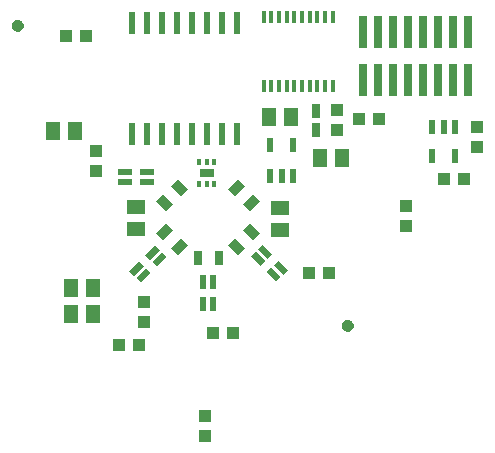
<source format=gbr>
G04 EAGLE Gerber RS-274X export*
G75*
%MOMM*%
%FSLAX34Y34*%
%LPD*%
%INSolderpaste Bottom*%
%IPPOS*%
%AMOC8*
5,1,8,0,0,1.08239X$1,22.5*%
G01*
%ADD10C,0.499872*%
%ADD11R,1.300000X1.500000*%
%ADD12R,1.500000X1.300000*%
%ADD13R,0.736600X2.794000*%
%ADD14R,1.000000X1.100000*%
%ADD15R,1.100000X1.000000*%
%ADD16R,0.533400X1.981200*%
%ADD17R,1.300000X0.700000*%
%ADD18R,0.400000X0.500000*%
%ADD19R,0.800000X1.200000*%
%ADD20R,1.150000X0.550000*%
%ADD21R,0.550000X1.150000*%
%ADD22R,0.600000X1.250000*%
%ADD23R,0.304800X0.990600*%
%ADD24R,0.550000X1.200000*%
%ADD25R,0.750000X1.250000*%


D10*
X302301Y152400D02*
X302303Y152499D01*
X302309Y152599D01*
X302319Y152697D01*
X302333Y152796D01*
X302350Y152894D01*
X302372Y152991D01*
X302397Y153087D01*
X302426Y153182D01*
X302459Y153275D01*
X302496Y153368D01*
X302536Y153459D01*
X302580Y153548D01*
X302628Y153635D01*
X302678Y153721D01*
X302733Y153804D01*
X302790Y153885D01*
X302851Y153964D01*
X302914Y154040D01*
X302981Y154114D01*
X303051Y154185D01*
X303123Y154253D01*
X303198Y154318D01*
X303275Y154380D01*
X303355Y154439D01*
X303438Y154495D01*
X303522Y154547D01*
X303608Y154597D01*
X303697Y154642D01*
X303787Y154684D01*
X303878Y154723D01*
X303971Y154758D01*
X304066Y154789D01*
X304161Y154816D01*
X304258Y154839D01*
X304355Y154859D01*
X304453Y154875D01*
X304552Y154887D01*
X304651Y154895D01*
X304750Y154899D01*
X304850Y154899D01*
X304949Y154895D01*
X305048Y154887D01*
X305147Y154875D01*
X305245Y154859D01*
X305342Y154839D01*
X305439Y154816D01*
X305534Y154789D01*
X305629Y154758D01*
X305722Y154723D01*
X305813Y154684D01*
X305903Y154642D01*
X305992Y154597D01*
X306078Y154547D01*
X306162Y154495D01*
X306245Y154439D01*
X306325Y154380D01*
X306402Y154318D01*
X306477Y154253D01*
X306549Y154185D01*
X306619Y154114D01*
X306686Y154040D01*
X306749Y153964D01*
X306810Y153885D01*
X306867Y153804D01*
X306922Y153721D01*
X306972Y153635D01*
X307020Y153548D01*
X307064Y153459D01*
X307104Y153368D01*
X307141Y153275D01*
X307174Y153182D01*
X307203Y153087D01*
X307228Y152991D01*
X307250Y152894D01*
X307267Y152796D01*
X307281Y152697D01*
X307291Y152599D01*
X307297Y152499D01*
X307299Y152400D01*
X307297Y152301D01*
X307291Y152201D01*
X307281Y152103D01*
X307267Y152004D01*
X307250Y151906D01*
X307228Y151809D01*
X307203Y151713D01*
X307174Y151618D01*
X307141Y151525D01*
X307104Y151432D01*
X307064Y151341D01*
X307020Y151252D01*
X306972Y151165D01*
X306922Y151079D01*
X306867Y150996D01*
X306810Y150915D01*
X306749Y150836D01*
X306686Y150760D01*
X306619Y150686D01*
X306549Y150615D01*
X306477Y150547D01*
X306402Y150482D01*
X306325Y150420D01*
X306245Y150361D01*
X306162Y150305D01*
X306078Y150253D01*
X305992Y150203D01*
X305903Y150158D01*
X305813Y150116D01*
X305722Y150077D01*
X305629Y150042D01*
X305534Y150011D01*
X305439Y149984D01*
X305342Y149961D01*
X305245Y149941D01*
X305147Y149925D01*
X305048Y149913D01*
X304949Y149905D01*
X304850Y149901D01*
X304750Y149901D01*
X304651Y149905D01*
X304552Y149913D01*
X304453Y149925D01*
X304355Y149941D01*
X304258Y149961D01*
X304161Y149984D01*
X304066Y150011D01*
X303971Y150042D01*
X303878Y150077D01*
X303787Y150116D01*
X303697Y150158D01*
X303608Y150203D01*
X303522Y150253D01*
X303438Y150305D01*
X303355Y150361D01*
X303275Y150420D01*
X303198Y150482D01*
X303123Y150547D01*
X303051Y150615D01*
X302981Y150686D01*
X302914Y150760D01*
X302851Y150836D01*
X302790Y150915D01*
X302733Y150996D01*
X302678Y151079D01*
X302628Y151165D01*
X302580Y151252D01*
X302536Y151341D01*
X302496Y151432D01*
X302459Y151525D01*
X302426Y151618D01*
X302397Y151713D01*
X302372Y151809D01*
X302350Y151906D01*
X302333Y152004D01*
X302319Y152103D01*
X302309Y152201D01*
X302303Y152301D01*
X302301Y152400D01*
X22901Y406400D02*
X22903Y406499D01*
X22909Y406599D01*
X22919Y406697D01*
X22933Y406796D01*
X22950Y406894D01*
X22972Y406991D01*
X22997Y407087D01*
X23026Y407182D01*
X23059Y407275D01*
X23096Y407368D01*
X23136Y407459D01*
X23180Y407548D01*
X23228Y407635D01*
X23278Y407721D01*
X23333Y407804D01*
X23390Y407885D01*
X23451Y407964D01*
X23514Y408040D01*
X23581Y408114D01*
X23651Y408185D01*
X23723Y408253D01*
X23798Y408318D01*
X23875Y408380D01*
X23955Y408439D01*
X24038Y408495D01*
X24122Y408547D01*
X24208Y408597D01*
X24297Y408642D01*
X24387Y408684D01*
X24478Y408723D01*
X24571Y408758D01*
X24666Y408789D01*
X24761Y408816D01*
X24858Y408839D01*
X24955Y408859D01*
X25053Y408875D01*
X25152Y408887D01*
X25251Y408895D01*
X25350Y408899D01*
X25450Y408899D01*
X25549Y408895D01*
X25648Y408887D01*
X25747Y408875D01*
X25845Y408859D01*
X25942Y408839D01*
X26039Y408816D01*
X26134Y408789D01*
X26229Y408758D01*
X26322Y408723D01*
X26413Y408684D01*
X26503Y408642D01*
X26592Y408597D01*
X26678Y408547D01*
X26762Y408495D01*
X26845Y408439D01*
X26925Y408380D01*
X27002Y408318D01*
X27077Y408253D01*
X27149Y408185D01*
X27219Y408114D01*
X27286Y408040D01*
X27349Y407964D01*
X27410Y407885D01*
X27467Y407804D01*
X27522Y407721D01*
X27572Y407635D01*
X27620Y407548D01*
X27664Y407459D01*
X27704Y407368D01*
X27741Y407275D01*
X27774Y407182D01*
X27803Y407087D01*
X27828Y406991D01*
X27850Y406894D01*
X27867Y406796D01*
X27881Y406697D01*
X27891Y406599D01*
X27897Y406499D01*
X27899Y406400D01*
X27897Y406301D01*
X27891Y406201D01*
X27881Y406103D01*
X27867Y406004D01*
X27850Y405906D01*
X27828Y405809D01*
X27803Y405713D01*
X27774Y405618D01*
X27741Y405525D01*
X27704Y405432D01*
X27664Y405341D01*
X27620Y405252D01*
X27572Y405165D01*
X27522Y405079D01*
X27467Y404996D01*
X27410Y404915D01*
X27349Y404836D01*
X27286Y404760D01*
X27219Y404686D01*
X27149Y404615D01*
X27077Y404547D01*
X27002Y404482D01*
X26925Y404420D01*
X26845Y404361D01*
X26762Y404305D01*
X26678Y404253D01*
X26592Y404203D01*
X26503Y404158D01*
X26413Y404116D01*
X26322Y404077D01*
X26229Y404042D01*
X26134Y404011D01*
X26039Y403984D01*
X25942Y403961D01*
X25845Y403941D01*
X25747Y403925D01*
X25648Y403913D01*
X25549Y403905D01*
X25450Y403901D01*
X25350Y403901D01*
X25251Y403905D01*
X25152Y403913D01*
X25053Y403925D01*
X24955Y403941D01*
X24858Y403961D01*
X24761Y403984D01*
X24666Y404011D01*
X24571Y404042D01*
X24478Y404077D01*
X24387Y404116D01*
X24297Y404158D01*
X24208Y404203D01*
X24122Y404253D01*
X24038Y404305D01*
X23955Y404361D01*
X23875Y404420D01*
X23798Y404482D01*
X23723Y404547D01*
X23651Y404615D01*
X23581Y404686D01*
X23514Y404760D01*
X23451Y404836D01*
X23390Y404915D01*
X23333Y404996D01*
X23278Y405079D01*
X23228Y405165D01*
X23180Y405252D01*
X23136Y405341D01*
X23096Y405432D01*
X23059Y405525D01*
X23026Y405618D01*
X22997Y405713D01*
X22972Y405809D01*
X22950Y405906D01*
X22933Y406004D01*
X22919Y406103D01*
X22909Y406201D01*
X22903Y406301D01*
X22901Y406400D01*
D11*
X281330Y294640D03*
X300330Y294640D03*
D12*
X247650Y252070D03*
X247650Y233070D03*
D11*
X74270Y317500D03*
X55270Y317500D03*
D12*
X125730Y234340D03*
X125730Y253340D03*
D11*
X89510Y184150D03*
X70510Y184150D03*
X89510Y162560D03*
X70510Y162560D03*
D13*
X406400Y360680D03*
X406400Y401320D03*
X393700Y360680D03*
X393700Y401320D03*
X381000Y360680D03*
X381000Y401320D03*
X368300Y360680D03*
X368300Y401320D03*
X355600Y360680D03*
X355600Y401320D03*
X342900Y360680D03*
X342900Y401320D03*
X330200Y360680D03*
X330200Y401320D03*
X317500Y360680D03*
X317500Y401320D03*
D14*
X66430Y397510D03*
X83430Y397510D03*
D15*
X354330Y253610D03*
X354330Y236610D03*
X184150Y75810D03*
X184150Y58810D03*
D16*
X121920Y408813D03*
X134620Y408813D03*
X147320Y408813D03*
X160020Y408813D03*
X172720Y408813D03*
X185420Y408813D03*
X198120Y408813D03*
X210820Y408813D03*
X210820Y315087D03*
X198120Y315087D03*
X185420Y315087D03*
X172720Y315087D03*
X160020Y315087D03*
X147320Y315087D03*
X134620Y315087D03*
X121920Y315087D03*
D17*
X185420Y281940D03*
D18*
X178920Y291440D03*
X185420Y291440D03*
X191920Y291440D03*
X191920Y272440D03*
X185420Y272440D03*
X178920Y272440D03*
D19*
G36*
X224948Y263597D02*
X230605Y257940D01*
X222120Y249455D01*
X216463Y255112D01*
X224948Y263597D01*
G37*
G36*
X212220Y276325D02*
X217877Y270668D01*
X209392Y262183D01*
X203735Y267840D01*
X212220Y276325D01*
G37*
G36*
X217877Y218282D02*
X212220Y212625D01*
X203735Y221110D01*
X209392Y226767D01*
X217877Y218282D01*
G37*
G36*
X230605Y231010D02*
X224948Y225353D01*
X216463Y233838D01*
X222120Y239495D01*
X230605Y231010D01*
G37*
X177690Y209550D03*
X195690Y209550D03*
G36*
X148432Y225353D02*
X142775Y231010D01*
X151260Y239495D01*
X156917Y233838D01*
X148432Y225353D01*
G37*
G36*
X161160Y212625D02*
X155503Y218282D01*
X163988Y226767D01*
X169645Y221110D01*
X161160Y212625D01*
G37*
G36*
X155503Y270668D02*
X161160Y276325D01*
X169645Y267840D01*
X163988Y262183D01*
X155503Y270668D01*
G37*
G36*
X142775Y257940D02*
X148432Y263597D01*
X156917Y255112D01*
X151260Y249455D01*
X142775Y257940D01*
G37*
D20*
G36*
X245897Y207572D02*
X254028Y199441D01*
X250139Y195552D01*
X242008Y203683D01*
X245897Y207572D01*
G37*
G36*
X240240Y201916D02*
X248371Y193785D01*
X244482Y189896D01*
X236351Y198027D01*
X240240Y201916D01*
G37*
G36*
X226805Y215351D02*
X234936Y207220D01*
X231047Y203331D01*
X222916Y211462D01*
X226805Y215351D01*
G37*
G36*
X232462Y221008D02*
X240593Y212877D01*
X236704Y208988D01*
X228573Y217119D01*
X232462Y221008D01*
G37*
D21*
X190500Y170840D03*
X182500Y170840D03*
X182500Y189840D03*
X190500Y189840D03*
D20*
G36*
X137723Y197333D02*
X129592Y189202D01*
X125703Y193091D01*
X133834Y201222D01*
X137723Y197333D01*
G37*
G36*
X132066Y202990D02*
X123935Y194859D01*
X120046Y198748D01*
X128177Y206879D01*
X132066Y202990D01*
G37*
G36*
X145501Y216425D02*
X137370Y208294D01*
X133481Y212183D01*
X141612Y220314D01*
X145501Y216425D01*
G37*
G36*
X151158Y210769D02*
X143027Y202638D01*
X139138Y206527D01*
X147269Y214658D01*
X151158Y210769D01*
G37*
X116230Y274320D03*
X116230Y282320D03*
X135230Y282320D03*
X135230Y274320D03*
D14*
X272170Y196850D03*
X289170Y196850D03*
X190890Y146050D03*
X207890Y146050D03*
D15*
X132080Y172330D03*
X132080Y155330D03*
X91440Y283600D03*
X91440Y300600D03*
D22*
X376580Y321110D03*
X386080Y321110D03*
X395580Y321110D03*
X395580Y296110D03*
X376580Y296110D03*
D14*
X386470Y276860D03*
X403470Y276860D03*
D15*
X414020Y320920D03*
X414020Y303920D03*
D23*
X233640Y413988D03*
X240140Y413988D03*
X246640Y413988D03*
X253140Y413988D03*
X259640Y413988D03*
X266140Y413988D03*
X272640Y413988D03*
X279140Y413988D03*
X279140Y355632D03*
X272640Y355632D03*
X266140Y355632D03*
X259640Y355632D03*
X253140Y355632D03*
X246640Y355632D03*
X240140Y355632D03*
X233640Y355632D03*
X285640Y413988D03*
X292140Y413988D03*
X285640Y355632D03*
X292140Y355632D03*
D15*
X127880Y135890D03*
X110880Y135890D03*
D11*
X257150Y328930D03*
X238150Y328930D03*
D24*
X258420Y279099D03*
X248920Y279099D03*
X239420Y279099D03*
X239420Y305101D03*
X258420Y305101D03*
D15*
X314080Y327660D03*
X331080Y327660D03*
X295910Y317890D03*
X295910Y334890D03*
D25*
X278130Y318390D03*
X278130Y334390D03*
M02*

</source>
